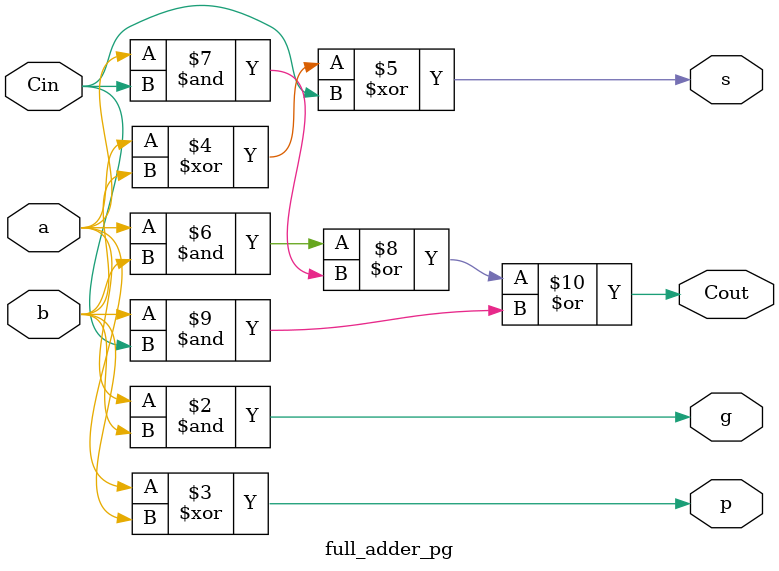
<source format=sv>
module full_adder_pg
(
	input logic a,
	input logic b,
	input logic Cin,
	output logic Cout,
	output logic s,
	output logic p,
	output logic g

);

	always_comb begin
	g = a & b;
	p = a ^ b;
	s = a ^ b ^ Cin;
	Cout = (a & b) | (a & Cin) | ( b & Cin);
	end
	
endmodule
</source>
